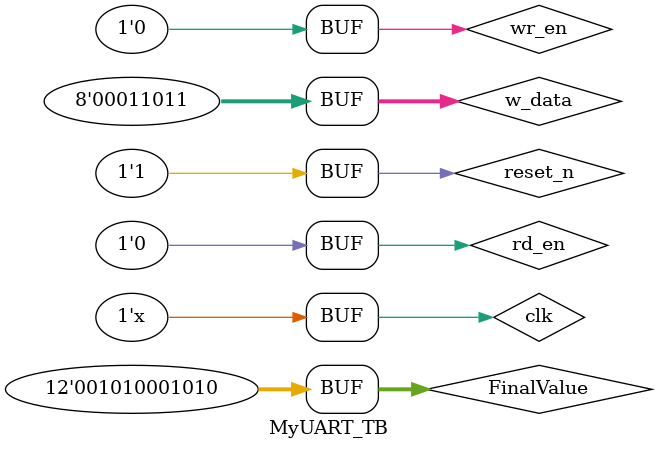
<source format=v>

`timescale 1ns / 1ps
module MyUART_TB;
				  parameter DataBits = 9, ClkTicks = 16;

				reg clk,reset_n;
				
				//for timer
				
				reg [11:0] FinalValue;
				
				//for transmitter
				
				reg [DataBits-2:0] w_data;
				reg wr_en;
				wire T_full;

				//for reciever
				
				wire [DataBits-2:0] r_data;
				reg rd_en;
				wire R_empty;

				wire [$clog2(ClkTicks)-1:0] c_T;
				wire [$clog2(DataBits)-1:0] n_T;
				wire [$clog2(ClkTicks)-1:0] c_R;                            
				wire [$clog2(DataBits)-1:0] n_R;
			   wire error_check;

				  // Instantiation
				  MyUART #(.DataBits(DataBits), .ClkTicks(ClkTicks))
				  DUT (
					 .clk(clk),
					 .reset_n(reset_n),
					 .FinalValue(FinalValue),
					 .w_data(w_data),
					 .wr_en(wr_en),
					 .T_full(T_full),
					 .error_check(error_check),
					 .c_T(c_T),
					 .n_T(n_T),
					 .c_R(c_R),
					 .n_R(n_R),
					 .r_data(r_data),
					 .rd_en(rd_en),
					 .R_empty(R_empty)
				  );

				  initial begin
					 reset_n = 1'b0;
					 clk = 0;
					 rd_en = 0;
					 wr_en = 0;
					 FinalValue = 650;
					 #10;
					 reset_n = 1'b1;
				  end

				  always #5 clk = ~clk;

				  initial begin
					 #100;
					 w_data = 8'b00011101; // 29 in decimal
					 wr_en = 1'b1;
					 #10;
					 wr_en = 1'b0;
					 #1090000;
					 	
					 w_data = 8'b10000010; // 130 in decimal
					 wr_en = 1'b1;
					 #10;
					 wr_en = 1'b0;
					 #1090000;
					 
					 w_data = 8'b00010001; // 17 in decimal
					 wr_en = 1'b1;
					 #10;
					 wr_en = 1'b0;
					 #1090000;
					 
					 w_data = 8'b00000000; // 0 in decimal
					 wr_en = 1'b1;
					 #10;
					 wr_en = 1'b0;
					 #1090000;
					 
					 w_data = 8'b01110000; // 112 in decimal
					 wr_en = 1'b1;
					 #10;
					 wr_en = 1'b0;
					 #1090000;
					 
					 
					 w_data = 8'b11010100; // 212 in decimal
					 wr_en = 1'b1;
					 #10;
					 wr_en = 1'b0;
					 #1090000;
					 
					 					
				  	 w_data = 8'b00000111; // 7 in decimal
					 wr_en = 1'b1;
					 #10;
					 wr_en = 1'b0;
					 #1090000;
					 
					 w_data = 8'b00011011; // 27 in decimal
					 wr_en = 1'b1;
					 #10;
					 wr_en = 1'b0;
				  end


				
					 initial 
					 begin
					 #10000;
					 rd_en = 1'b1;
					 #10;
					 rd_en = 1'b0;
					 #1090000;
					 	
					 rd_en = 1'b1;
					 #10;
					 rd_en = 1'b0;
					 #1090000;
					 
					 rd_en = 1'b1;
					 #10;
					 rd_en = 1'b0;
					 #1090000;
					 
					 rd_en = 1'b1;
					 #10;
					 rd_en = 1'b0;
					 #1090000;
					 
					 rd_en = 1'b1;
					 #10;
					 rd_en = 1'b0;
					 #1090000;
					 
					  rd_en = 1'b1;
					 #10;
					 rd_en = 1'b0;
					 #1090000;
					 
					  rd_en = 1'b1;
					 #10;
					 rd_en = 1'b0;
					 #1090000;
					 
					  rd_en = 1'b1;
					 #10;
					 rd_en = 1'b0;
					 end


				  
endmodule

</source>
